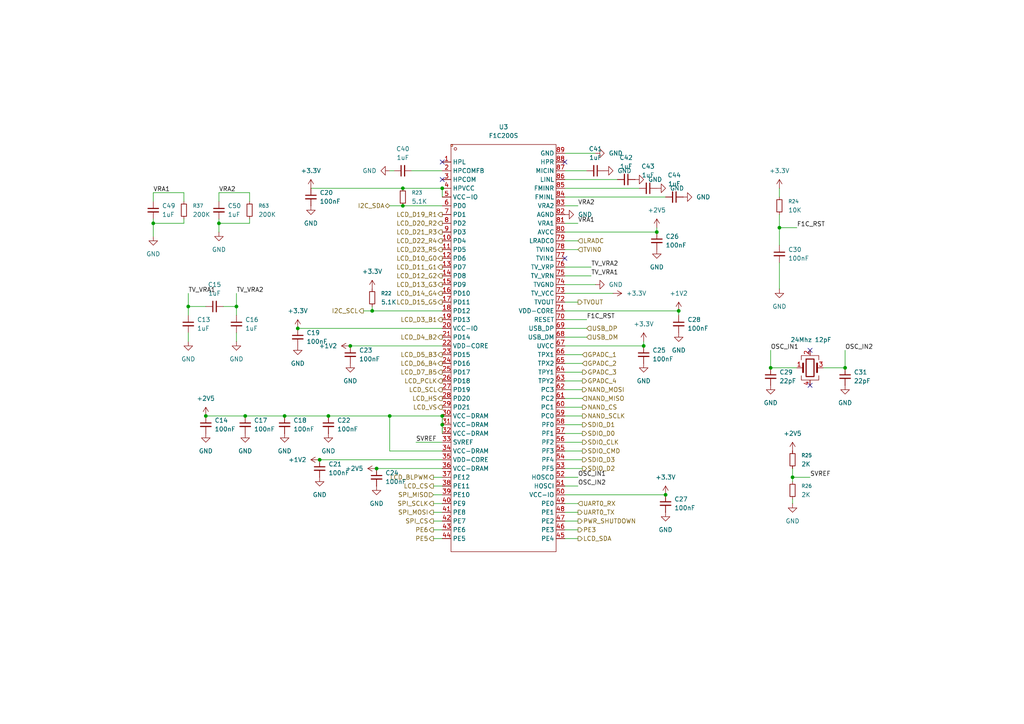
<source format=kicad_sch>
(kicad_sch (version 20250114) (generator "eeschema") (generator_version "9.0")
  (paper "A4")
  (title_block (title "明日方舟电子通行证") (date "2025-11-26") (rev "V0.3.1") (company "Shirogane Tsumugi") (comment 1 "V0.3 添加屏幕兼容接口，添加SD卡槽，优化布线") (comment 2 "V0.3.1 BUG修复") (comment 3 "土豆、星语Studio、爱莉希雅、所有复刻群友的支持！") (comment 4 "V0.3.2 生产优化。特别感谢：（不分先后）和光、薄云、烟雨、WXNA、"))
  (lib_symbols
    (symbol "Device:C_Small" (pin_numbers (hide yes)) (pin_names (offset 0.254) (hide yes))
      (property "Reference" "C" (at 0.254 1.778 0))
      (property "Value" "C_Small" (at 0.254 -2.032 0))
      (symbol "C_Small_0_1"
        (polyline (pts (xy -1.524 0.508) (xy 1.524 0.508)) (stroke (width 0.3048)))
        (polyline (pts (xy -1.524 -0.508) (xy 1.524 -0.508)) (stroke (width 0.3302)))
      )
      (symbol "C_Small_1_1"
        (pin passive line (at 0 2.54 270) (length 2.032) (name "~") (number "1"))
        (pin passive line (at 0 -2.54 90) (length 2.032) (name "~") (number "2"))
      )
    )
    (symbol "Device:Crystal_GND24" (pin_names (offset 1.016) (hide yes))
      (property "Reference" "Y" (at 3.175 5.08 0))
      (property "Value" "Crystal_GND24" (at 3.175 3.175 0))
      (symbol "Crystal_GND24_0_1"
        (polyline (pts (xy -2.54 2.286) (xy -2.54 3.556) (xy 2.54 3.556) (xy 2.54 2.286)))
        (polyline (pts (xy -2.54 0) (xy -2.032 0)))
        (polyline (pts (xy -2.54 -2.286) (xy -2.54 -3.556) (xy 2.54 -3.556) (xy 2.54 -2.286)))
        (polyline (pts (xy -2.032 -1.27) (xy -2.032 1.27)) (stroke (width 0.508)))
        (rectangle (start -1.143 2.54) (end 1.143 -2.54) (stroke (width 0.3048)))
        (polyline (pts (xy 0 3.556) (xy 0 3.81)))
        (polyline (pts (xy 0 -3.81) (xy 0 -3.556)))
        (polyline (pts (xy 2.032 0) (xy 2.54 0)))
        (polyline (pts (xy 2.032 -1.27) (xy 2.032 1.27)) (stroke (width 0.508)))
      )
      (symbol "Crystal_GND24_1_1"
        (pin passive line (at -3.81 0 0) (length 1.27) (name "1") (number "1"))
        (pin passive line (at 0 5.08 270) (length 1.27) (name "2") (number "2"))
        (pin passive line (at 0 -5.08 90) (length 1.27) (name "4") (number "4"))
        (pin passive line (at 3.81 0 180) (length 1.27) (name "3") (number "3"))
      )
    )
    (symbol "Device:R_Small" (pin_numbers (hide yes)) (pin_names (offset 0.254) (hide yes))
      (property "Reference" "R" (at 0 0 90))
      (property "Value" "R_Small" (at 1.778 0 90))
      (symbol "R_Small_0_1"
        (rectangle (start -0.762 1.778) (end 0.762 -1.778) (stroke (width 0.2032)))
      )
      (symbol "R_Small_1_1"
        (pin passive line (at 0 2.54 270) (length 0.762) (name "~") (number "1"))
        (pin passive line (at 0 -2.54 90) (length 0.762) (name "~") (number "2"))
      )
    )
    (symbol "EasyEDA:F1C100S"
      (property "Reference" "U" (at 0 60.96 0))
      (property "Value" "F1C100S" (at 0 -60.96 0))
      (symbol "F1C100S_0_1"
        (rectangle (start -15.24 58.42) (end -14.73 57.91) (fill (type background)))
        (rectangle (start -15.24 58.42) (end 15.24 -59.69))
        (circle (center -13.97 57.15) (radius 0.38))
        (pin unspecified line (at -17.78 53.34 0) (length 2.54) (name "HPL") (number "1"))
        (pin unspecified line (at -17.78 50.8 0) (length 2.54) (name "HPCOMFB") (number "2"))
        (pin unspecified line (at -17.78 48.26 0) (length 2.54) (name "HPCOM") (number "3"))
        (pin unspecified line (at -17.78 45.72 0) (length 2.54) (name "HPVCC") (number "4"))
        (pin unspecified line (at -17.78 43.18 0) (length 2.54) (name "VCC-IO") (number "5"))
        (pin unspecified line (at -17.78 40.64 0) (length 2.54) (name "PD0") (number "6"))
        (pin unspecified line (at -17.78 38.1 0) (length 2.54) (name "PD1") (number "7"))
        (pin unspecified line (at -17.78 35.56 0) (length 2.54) (name "PD2") (number "8"))
        (pin unspecified line (at -17.78 33.02 0) (length 2.54) (name "PD3") (number "9"))
        (pin unspecified line (at -17.78 30.48 0) (length 2.54) (name "PD4") (number "10"))
        (pin unspecified line (at -17.78 27.94 0) (length 2.54) (name "PD5") (number "11"))
        (pin unspecified line (at -17.78 25.4 0) (length 2.54) (name "PD6") (number "12"))
        (pin unspecified line (at -17.78 22.86 0) (length 2.54) (name "PD7") (number "13"))
        (pin unspecified line (at -17.78 20.32 0) (length 2.54) (name "PD8") (number "14"))
        (pin unspecified line (at -17.78 17.78 0) (length 2.54) (name "PD9") (number "15"))
        (pin unspecified line (at -17.78 15.24 0) (length 2.54) (name "PD10") (number "16"))
        (pin unspecified line (at -17.78 12.7 0) (length 2.54) (name "PD11") (number "17"))
        (pin unspecified line (at -17.78 10.16 0) (length 2.54) (name "PD12") (number "18"))
        (pin unspecified line (at -17.78 7.62 0) (length 2.54) (name "PD13") (number "19"))
        (pin unspecified line (at -17.78 5.08 0) (length 2.54) (name "VCC-IO") (number "20"))
        (pin unspecified line (at -17.78 2.54 0) (length 2.54) (name "PD14") (number "21"))
        (pin unspecified line (at -17.78 0 0) (length 2.54) (name "VDD-CORE") (number "22"))
        (pin unspecified line (at -17.78 -2.54 0) (length 2.54) (name "PD15") (number "23"))
        (pin unspecified line (at -17.78 -5.08 0) (length 2.54) (name "PD16") (number "24"))
        (pin unspecified line (at -17.78 -7.62 0) (length 2.54) (name "PD17") (number "25"))
        (pin unspecified line (at -17.78 -10.16 0) (length 2.54) (name "PD18") (number "26"))
        (pin unspecified line (at -17.78 -12.7 0) (length 2.54) (name "PD19") (number "27"))
        (pin unspecified line (at -17.78 -15.24 0) (length 2.54) (name "PD20") (number "28"))
        (pin unspecified line (at -17.78 -17.78 0) (length 2.54) (name "PD21") (number "29"))
        (pin unspecified line (at -17.78 -20.32 0) (length 2.54) (name "VCC-DRAM") (number "30"))
        (pin unspecified line (at -17.78 -22.86 0) (length 2.54) (name "VCC-DRAM") (number "31"))
        (pin unspecified line (at -17.78 -25.4 0) (length 2.54) (name "VCC-DRAM") (number "32"))
        (pin unspecified line (at -17.78 -27.94 0) (length 2.54) (name "SVREF") (number "33"))
        (pin unspecified line (at -17.78 -30.48 0) (length 2.54) (name "VCC-DRAM") (number "34"))
        (pin unspecified line (at -17.78 -33.02 0) (length 2.54) (name "VDD-CORE") (number "35"))
        (pin unspecified line (at -17.78 -35.56 0) (length 2.54) (name "VCC-DRAM") (number "36"))
        (pin unspecified line (at -17.78 -38.1 0) (length 2.54) (name "PE12") (number "37"))
        (pin unspecified line (at -17.78 -40.64 0) (length 2.54) (name "PE11") (number "38"))
        (pin unspecified line (at -17.78 -43.18 0) (length 2.54) (name "PE10") (number "39"))
        (pin unspecified line (at -17.78 -45.72 0) (length 2.54) (name "PE9") (number "40"))
        (pin unspecified line (at -17.78 -48.26 0) (length 2.54) (name "PE8") (number "41"))
        (pin unspecified line (at -17.78 -50.8 0) (length 2.54) (name "PE7") (number "42"))
        (pin unspecified line (at -17.78 -53.34 0) (length 2.54) (name "PE6") (number "43"))
        (pin unspecified line (at -17.78 -55.88 0) (length 2.54) (name "PE5") (number "44"))
        (pin unspecified line (at 17.78 55.88 180) (length 2.54) (name "GND") (number "89"))
        (pin unspecified line (at 17.78 53.34 180) (length 2.54) (name "HPR") (number "88"))
        (pin unspecified line (at 17.78 50.8 180) (length 2.54) (name "MICIN") (number "87"))
        (pin unspecified line (at 17.78 48.26 180) (length 2.54) (name "LINL") (number "86"))
        (pin unspecified line (at 17.78 45.72 180) (length 2.54) (name "FMINR") (number "85"))
        (pin unspecified line (at 17.78 43.18 180) (length 2.54) (name "FMINL") (number "84"))
        (pin unspecified line (at 17.78 40.64 180) (length 2.54) (name "VRA2") (number "83"))
        (pin unspecified line (at 17.78 38.1 180) (length 2.54) (name "AGND") (number "82"))
        (pin unspecified line (at 17.78 35.56 180) (length 2.54) (name "VRA1") (number "81"))
        (pin unspecified line (at 17.78 33.02 180) (length 2.54) (name "AVCC") (number "80"))
        (pin unspecified line (at 17.78 30.48 180) (length 2.54) (name "LRADC0") (number "79"))
        (pin unspecified line (at 17.78 27.94 180) (length 2.54) (name "TVIN0") (number "78"))
        (pin unspecified line (at 17.78 25.4 180) (length 2.54) (name "TVIN1") (number "77"))
        (pin unspecified line (at 17.78 22.86 180) (length 2.54) (name "TV_VRP") (number "76"))
        (pin unspecified line (at 17.78 20.32 180) (length 2.54) (name "TV_VRN") (number "75"))
        (pin unspecified line (at 17.78 17.78 180) (length 2.54) (name "TVGND") (number "74"))
        (pin unspecified line (at 17.78 15.24 180) (length 2.54) (name "TV_VCC") (number "73"))
        (pin unspecified line (at 17.78 12.7 180) (length 2.54) (name "TVOUT") (number "72"))
        (pin unspecified line (at 17.78 10.16 180) (length 2.54) (name "VDD-CORE") (number "71"))
        (pin unspecified line (at 17.78 7.62 180) (length 2.54) (name "RESET") (number "70"))
        (pin unspecified line (at 17.78 5.08 180) (length 2.54) (name "USB_DP") (number "69"))
        (pin unspecified line (at 17.78 2.54 180) (length 2.54) (name "USB_DM") (number "68"))
        (pin unspecified line (at 17.78 0 180) (length 2.54) (name "UVCC") (number "67"))
        (pin unspecified line (at 17.78 -2.54 180) (length 2.54) (name "TPX1") (number "66"))
        (pin unspecified line (at 17.78 -5.08 180) (length 2.54) (name "TPX2") (number "65"))
        (pin unspecified line (at 17.78 -7.62 180) (length 2.54) (name "TPY1") (number "64"))
        (pin unspecified line (at 17.78 -10.16 180) (length 2.54) (name "TPY2") (number "63"))
        (pin unspecified line (at 17.78 -12.7 180) (length 2.54) (name "PC3") (number "62"))
        (pin unspecified line (at 17.78 -15.24 180) (length 2.54) (name "PC2") (number "61"))
        (pin unspecified line (at 17.78 -17.78 180) (length 2.54) (name "PC1") (number "60"))
        (pin unspecified line (at 17.78 -20.32 180) (length 2.54) (name "PC0") (number "59"))
        (pin unspecified line (at 17.78 -22.86 180) (length 2.54) (name "PF0") (number "58"))
        (pin unspecified line (at 17.78 -25.4 180) (length 2.54) (name "PF1") (number "57"))
        (pin unspecified line (at 17.78 -27.94 180) (length 2.54) (name "PF2") (number "56"))
        (pin unspecified line (at 17.78 -30.48 180) (length 2.54) (name "PF3") (number "55"))
        (pin unspecified line (at 17.78 -33.02 180) (length 2.54) (name "PF4") (number "54"))
        (pin unspecified line (at 17.78 -35.56 180) (length 2.54) (name "PF5") (number "53"))
        (pin unspecified line (at 17.78 -38.1 180) (length 2.54) (name "HOSCO") (number "52"))
        (pin unspecified line (at 17.78 -40.64 180) (length 2.54) (name "HOSCI") (number "51"))
        (pin unspecified line (at 17.78 -43.18 180) (length 2.54) (name "VCC-IO") (number "50"))
        (pin unspecified line (at 17.78 -45.72 180) (length 2.54) (name "PE0") (number "49"))
        (pin unspecified line (at 17.78 -48.26 180) (length 2.54) (name "PE1") (number "48"))
        (pin unspecified line (at 17.78 -50.8 180) (length 2.54) (name "PE2") (number "47"))
        (pin unspecified line (at 17.78 -53.34 180) (length 2.54) (name "PE3") (number "46"))
        (pin unspecified line (at 17.78 -55.88 180) (length 2.54) (name "PE4") (number "45"))
      )
    )
    (symbol "power:+1V2" (power) (pin_numbers (hide yes)) (pin_names (offset 0) (hide yes))
      (property "Value" "+1V2" (at 0 3.556 0))
      (symbol "+1V2_0_1"
        (polyline (pts (xy -0.762 1.27) (xy 0 2.54)))
        (polyline (pts (xy 0 2.54) (xy 0.762 1.27)))
        (polyline (pts (xy 0 0) (xy 0 2.54)))
      )
      (symbol "+1V2_1_1"
        (pin power_in line (at 0 0 90) (length 0) (name "~") (number "1"))
      )
    )
    (symbol "power:+2V5" (power) (pin_numbers (hide yes)) (pin_names (offset 0) (hide yes))
      (property "Value" "+2V5" (at 0 3.556 0))
      (symbol "+2V5_0_1"
        (polyline (pts (xy -0.762 1.27) (xy 0 2.54)))
        (polyline (pts (xy 0 2.54) (xy 0.762 1.27)))
        (polyline (pts (xy 0 0) (xy 0 2.54)))
      )
      (symbol "+2V5_1_1"
        (pin power_in line (at 0 0 90) (length 0) (name "~") (number "1"))
      )
    )
    (symbol "power:+3.3V" (power) (pin_numbers (hide yes)) (pin_names (offset 0) (hide yes))
      (property "Value" "+3.3V" (at 0 3.556 0))
      (symbol "+3.3V_0_1"
        (polyline (pts (xy -0.762 1.27) (xy 0 2.54)))
        (polyline (pts (xy 0 2.54) (xy 0.762 1.27)))
        (polyline (pts (xy 0 0) (xy 0 2.54)))
      )
      (symbol "+3.3V_1_1"
        (pin power_in line (at 0 0 90) (length 0) (name "~") (number "1"))
      )
    )
    (symbol "power:GND" (power) (pin_numbers (hide yes)) (pin_names (offset 0) (hide yes))
      (property "Value" "GND" (at 0 -3.81 0))
      (symbol "GND_0_1"
        (polyline (pts (xy 0 0) (xy 0 -1.27) (xy 1.27 -1.27) (xy 0 -2.54) (xy -1.27 -1.27) (xy 0 -1.27)))
      )
      (symbol "GND_1_1"
        (pin power_in line (at 0 0 270) (length 0) (name "~") (number "1"))
      )
    )
  )
  (junction (at 128.27 120.65))
  (junction (at 71.12 120.65))
  (junction (at 68.58 88.9))
  (junction (at 54.61 88.9))
  (junction (at 59.69 120.65))
  (junction (at 223.52 106.68))
  (junction (at 109.22 135.89))
  (junction (at 245.11 106.68))
  (junction (at 229.87 138.43))
  (junction (at 107.95 90.17))
  (junction (at 226.06 66.04))
  (junction (at 190.5 67.31))
  (junction (at 44.45 64.77))
  (junction (at 113.03 120.65))
  (junction (at 92.71 133.35))
  (junction (at 95.25 120.65))
  (junction (at 128.27 54.61))
  (junction (at 82.55 120.65))
  (junction (at 116.84 54.61))
  (junction (at 101.6 100.33))
  (junction (at 116.84 59.69))
  (junction (at 193.04 143.51))
  (junction (at 128.27 123.19))
  (junction (at 186.69 100.33))
  (junction (at 86.36 95.25))
  (junction (at 63.5 64.77))
  (junction (at 196.85 90.17))
  (no_connect (at 128.27 46.99))
  (no_connect (at 234.95 111.76))
  (no_connect (at 234.95 101.6))
  (no_connect (at 163.83 46.99))
  (no_connect (at 128.27 52.07))
  (no_connect (at 163.83 74.93))
  (wire (pts (xy 168.91 135.89) (xy 163.83 135.89)))
  (wire (pts (xy 167.64 59.69) (xy 163.83 59.69)))
  (wire (pts (xy 68.58 85.09) (xy 68.58 88.9)))
  (wire (pts (xy 167.64 64.77) (xy 163.83 64.77)))
  (wire (pts (xy 63.5 67.31) (xy 63.5 64.77)))
  (wire (pts (xy 163.83 90.17) (xy 196.85 90.17)))
  (wire (pts (xy 82.55 120.65) (xy 95.25 120.65)))
  (wire (pts (xy 167.64 156.21) (xy 163.83 156.21)))
  (wire (pts (xy 170.18 97.79) (xy 163.83 97.79)))
  (wire (pts (xy 226.06 54.61) (xy 226.06 57.15)))
  (wire (pts (xy 113.03 49.53) (xy 114.3 49.53)))
  (wire (pts (xy 116.84 59.69) (xy 128.27 59.69)))
  (wire (pts (xy 107.95 88.9) (xy 107.95 90.17)))
  (wire (pts (xy 113.03 120.65) (xy 128.27 120.65)))
  (wire (pts (xy 120.65 128.27) (xy 128.27 128.27)))
  (wire (pts (xy 171.45 77.47) (xy 163.83 77.47)))
  (wire (pts (xy 163.83 49.53) (xy 170.18 49.53)))
  (wire (pts (xy 163.83 54.61) (xy 185.42 54.61)))
  (wire (pts (xy 196.85 91.44) (xy 196.85 90.17)))
  (wire (pts (xy 229.87 146.05) (xy 229.87 144.78)))
  (wire (pts (xy 229.87 138.43) (xy 229.87 139.7)))
  (wire (pts (xy 238.76 106.68) (xy 245.11 106.68)))
  (wire (pts (xy 59.69 120.65) (xy 71.12 120.65)))
  (wire (pts (xy 72.39 55.88) (xy 63.5 55.88)))
  (wire (pts (xy 125.73 138.43) (xy 128.27 138.43)))
  (wire (pts (xy 128.27 130.81) (xy 113.03 130.81)))
  (wire (pts (xy 63.5 64.77) (xy 63.5 63.5)))
  (wire (pts (xy 72.39 63.5) (xy 72.39 64.77)))
  (wire (pts (xy 167.64 138.43) (xy 163.83 138.43)))
  (wire (pts (xy 53.34 63.5) (xy 53.34 64.77)))
  (wire (pts (xy 44.45 68.58) (xy 44.45 64.77)))
  (wire (pts (xy 167.64 148.59) (xy 163.83 148.59)))
  (wire (pts (xy 229.87 138.43) (xy 234.95 138.43)))
  (wire (pts (xy 163.83 143.51) (xy 193.04 143.51)))
  (wire (pts (xy 113.03 130.81) (xy 113.03 120.65)))
  (wire (pts (xy 72.39 58.42) (xy 72.39 55.88)))
  (wire (pts (xy 113.03 59.69) (xy 116.84 59.69)))
  (wire (pts (xy 168.91 118.11) (xy 163.83 118.11)))
  (wire (pts (xy 116.84 54.61) (xy 90.17 54.61)))
  (wire (pts (xy 54.61 96.52) (xy 54.61 99.06)))
  (wire (pts (xy 168.91 130.81) (xy 163.83 130.81)))
  (wire (pts (xy 163.83 72.39) (xy 167.64 72.39)))
  (wire (pts (xy 125.73 151.13) (xy 128.27 151.13)))
  (wire (pts (xy 190.5 66.04) (xy 190.5 67.31)))
  (wire (pts (xy 223.52 101.6) (xy 223.52 106.68)))
  (wire (pts (xy 223.52 106.68) (xy 231.14 106.68)))
  (wire (pts (xy 163.83 100.33) (xy 186.69 100.33)))
  (wire (pts (xy 168.91 125.73) (xy 163.83 125.73)))
  (wire (pts (xy 226.06 66.04) (xy 231.14 66.04)))
  (wire (pts (xy 68.58 88.9) (xy 68.58 91.44)))
  (wire (pts (xy 95.25 120.65) (xy 113.03 120.65)))
  (wire (pts (xy 168.91 102.87) (xy 163.83 102.87)))
  (wire (pts (xy 92.71 133.35) (xy 128.27 133.35)))
  (wire (pts (xy 163.83 52.07) (xy 179.07 52.07)))
  (wire (pts (xy 163.83 87.63) (xy 167.64 87.63)))
  (wire (pts (xy 53.34 55.88) (xy 44.45 55.88)))
  (wire (pts (xy 186.69 100.33) (xy 186.69 99.06)))
  (wire (pts (xy 71.12 120.65) (xy 82.55 120.65)))
  (wire (pts (xy 229.87 135.89) (xy 229.87 138.43)))
  (wire (pts (xy 125.73 143.51) (xy 128.27 143.51)))
  (wire (pts (xy 168.91 128.27) (xy 163.83 128.27)))
  (wire (pts (xy 109.22 135.89) (xy 128.27 135.89)))
  (wire (pts (xy 44.45 64.77) (xy 53.34 64.77)))
  (wire (pts (xy 68.58 96.52) (xy 68.58 99.06)))
  (wire (pts (xy 54.61 88.9) (xy 54.61 91.44)))
  (wire (pts (xy 226.06 71.12) (xy 226.06 66.04)))
  (wire (pts (xy 168.91 105.41) (xy 163.83 105.41)))
  (wire (pts (xy 54.61 85.09) (xy 54.61 88.9)))
  (wire (pts (xy 128.27 54.61) (xy 116.84 54.61)))
  (wire (pts (xy 125.73 153.67) (xy 128.27 153.67)))
  (wire (pts (xy 167.64 146.05) (xy 163.83 146.05)))
  (wire (pts (xy 163.83 153.67) (xy 167.64 153.67)))
  (wire (pts (xy 226.06 83.82) (xy 226.06 76.2)))
  (wire (pts (xy 168.91 107.95) (xy 163.83 107.95)))
  (wire (pts (xy 44.45 64.77) (xy 44.45 63.5)))
  (wire (pts (xy 86.36 95.25) (xy 128.27 95.25)))
  (wire (pts (xy 128.27 57.15) (xy 128.27 54.61)))
  (wire (pts (xy 63.5 55.88) (xy 63.5 58.42)))
  (wire (pts (xy 44.45 55.88) (xy 44.45 58.42)))
  (wire (pts (xy 163.83 151.13) (xy 167.64 151.13)))
  (wire (pts (xy 170.18 95.25) (xy 163.83 95.25)))
  (wire (pts (xy 167.64 140.97) (xy 163.83 140.97)))
  (wire (pts (xy 125.73 156.21) (xy 128.27 156.21)))
  (wire (pts (xy 172.72 44.45) (xy 163.83 44.45)))
  (wire (pts (xy 167.64 69.85) (xy 163.83 69.85)))
  (wire (pts (xy 177.8 85.09) (xy 163.83 85.09)))
  (wire (pts (xy 128.27 120.65) (xy 128.27 123.19)))
  (wire (pts (xy 54.61 88.9) (xy 59.69 88.9)))
  (wire (pts (xy 125.73 146.05) (xy 128.27 146.05)))
  (wire (pts (xy 72.39 64.77) (xy 63.5 64.77)))
  (wire (pts (xy 107.95 90.17) (xy 128.27 90.17)))
  (wire (pts (xy 168.91 113.03) (xy 163.83 113.03)))
  (wire (pts (xy 125.73 148.59) (xy 128.27 148.59)))
  (wire (pts (xy 168.91 110.49) (xy 163.83 110.49)))
  (wire (pts (xy 171.45 80.01) (xy 163.83 80.01)))
  (wire (pts (xy 168.91 133.35) (xy 163.83 133.35)))
  (wire (pts (xy 226.06 62.23) (xy 226.06 66.04)))
  (wire (pts (xy 64.77 88.9) (xy 68.58 88.9)))
  (wire (pts (xy 168.91 120.65) (xy 163.83 120.65)))
  (wire (pts (xy 53.34 58.42) (xy 53.34 55.88)))
  (wire (pts (xy 172.72 82.55) (xy 163.83 82.55)))
  (wire (pts (xy 101.6 100.33) (xy 128.27 100.33)))
  (wire (pts (xy 128.27 123.19) (xy 128.27 125.73)))
  (wire (pts (xy 163.83 67.31) (xy 190.5 67.31)))
  (wire (pts (xy 119.38 49.53) (xy 128.27 49.53)))
  (wire (pts (xy 168.91 115.57) (xy 163.83 115.57)))
  (wire (pts (xy 125.73 140.97) (xy 128.27 140.97)))
  (wire (pts (xy 245.11 101.6) (xy 245.11 106.68)))
  (wire (pts (xy 170.18 92.71) (xy 163.83 92.71)))
  (wire (pts (xy 163.83 57.15) (xy 193.04 57.15)))
  (wire (pts (xy 168.91 123.19) (xy 163.83 123.19)))
  (wire (pts (xy 105.41 90.17) (xy 107.95 90.17)))
  (label "VRA1" (at 44.45 55.88 0))
  (label "TV_VRA2" (at 171.45 77.47 0))
  (label "F1C_RST" (at 231.14 66.04 0))
  (label "VRA1" (at 167.64 64.77 0))
  (label "OSC_IN1" (at 167.64 138.43 0))
  (label "VRA2" (at 167.64 59.69 0))
  (label "TV_VRA2" (at 68.58 85.09 0))
  (label "F1C_RST" (at 170.18 92.71 0))
  (label "TV_VRA1" (at 54.61 85.09 0))
  (label "VRA2" (at 63.5 55.88 0))
  (label "SVREF" (at 234.95 138.43 0))
  (label "TV_VRA1" (at 171.45 80.01 0))
  (label "OSC_IN2" (at 245.11 101.6 0))
  (label "OSC_IN1" (at 223.52 101.6 0))
  (label "SVREF" (at 120.65 128.27 0))
  (label "OSC_IN2" (at 167.64 140.97 0))
  (hierarchical_label "LCD_D20_R2" (shape output) (at 128.27 64.77 180))
  (hierarchical_label "LCD_D12_G2" (shape output) (at 128.27 80.01 180))
  (hierarchical_label "TVIN0" (shape input) (at 167.64 72.39 0))
  (hierarchical_label "LCD_D15_G5" (shape output) (at 128.27 87.63 180))
  (hierarchical_label "LCD_D21_R3" (shape output) (at 128.27 67.31 180))
  (hierarchical_label "PWR_SHUTDOWN" (shape output) (at 167.64 151.13 0))
  (hierarchical_label "NAND_MISO" (shape input) (at 168.91 115.57 0))
  (hierarchical_label "USB_DP" (shape input) (at 170.18 95.25 0))
  (hierarchical_label "LCD_VS" (shape output) (at 128.27 118.11 180))
  (hierarchical_label "NAND_CS" (shape output) (at 168.91 118.11 0))
  (hierarchical_label "LCD_D22_R4" (shape output) (at 128.27 69.85 180))
  (hierarchical_label "LCD_D3_B1" (shape output) (at 128.27 92.71 180))
  (hierarchical_label "LCD_D11_G1" (shape output) (at 128.27 77.47 180))
  (hierarchical_label "LCD_D4_B2" (shape output) (at 128.27 97.79 180))
  (hierarchical_label "USB_DM" (shape input) (at 170.18 97.79 0))
  (hierarchical_label "NAND_MOSI" (shape output) (at 168.91 113.03 0))
  (hierarchical_label "I2C_SDA" (shape bidirectional) (at 113.03 59.69 180))
  (hierarchical_label "GPADC_1" (shape input) (at 168.91 102.87 0))
  (hierarchical_label "SPI_SCLK" (shape output) (at 125.73 146.05 180))
  (hierarchical_label "LCD_HS" (shape output) (at 128.27 115.57 180))
  (hierarchical_label "LRADC" (shape input) (at 167.64 69.85 0))
  (hierarchical_label "LCD_CS" (shape output) (at 125.73 140.97 180))
  (hierarchical_label "LCD_D6_B4" (shape output) (at 128.27 105.41 180))
  (hierarchical_label "NAND_SCLK" (shape output) (at 168.91 120.65 0))
  (hierarchical_label "LCD_D13_G3" (shape output) (at 128.27 82.55 180))
  (hierarchical_label "LCD_D23_R5" (shape output) (at 128.27 72.39 180))
  (hierarchical_label "PE5" (shape output) (at 125.73 156.21 180))
  (hierarchical_label "SDIO_D1" (shape output) (at 168.91 123.19 0))
  (hierarchical_label "SPI_CS" (shape output) (at 125.73 151.13 180))
  (hierarchical_label "LCD_SCL" (shape output) (at 128.27 113.03 180))
  (hierarchical_label "I2C_SCL" (shape output) (at 105.41 90.17 180))
  (hierarchical_label "SDIO_D2" (shape output) (at 168.91 135.89 0))
  (hierarchical_label "SDIO_CLK" (shape output) (at 168.91 128.27 0))
  (hierarchical_label "SPI_MOSI" (shape output) (at 125.73 148.59 180))
  (hierarchical_label "GPADC_3" (shape output) (at 168.91 107.95 0))
  (hierarchical_label "PE6" (shape output) (at 125.73 153.67 180))
  (hierarchical_label "LCD_PCLK" (shape output) (at 128.27 110.49 180))
  (hierarchical_label "SDIO_D3" (shape output) (at 168.91 133.35 0))
  (hierarchical_label "LCD_D10_G0" (shape output) (at 128.27 74.93 180))
  (hierarchical_label "SDIO_D0" (shape output) (at 168.91 125.73 0))
  (hierarchical_label "PE3" (shape output) (at 167.64 153.67 0))
  (hierarchical_label "SPI_MISO" (shape input) (at 125.73 143.51 180))
  (hierarchical_label "GPADC_2" (shape input) (at 168.91 105.41 0))
  (hierarchical_label "TVOUT" (shape output) (at 167.64 87.63 0))
  (hierarchical_label "LCD_BLPWM" (shape output) (at 125.73 138.43 180))
  (hierarchical_label "GPADC_4" (shape output) (at 168.91 110.49 0))
  (hierarchical_label "UART0_RX" (shape input) (at 167.64 146.05 0))
  (hierarchical_label "LCD_D14_G4" (shape output) (at 128.27 85.09 180))
  (hierarchical_label "UART0_TX" (shape output) (at 167.64 148.59 0))
  (hierarchical_label "LCD_D7_B5" (shape output) (at 128.27 107.95 180))
  (hierarchical_label "LCD_D5_B3" (shape output) (at 128.27 102.87 180))
  (hierarchical_label "SDIO_CMD" (shape output) (at 168.91 130.81 0))
  (hierarchical_label "LCD_SDA" (shape output) (at 167.64 156.21 0))
  (hierarchical_label "LCD_D19_R1" (shape output) (at 128.27 62.23 180))
  (symbol (lib_id "Device:C_Small") (at 86.36 97.79 0) (unit 1)
    (property "Reference" "C19" (at 88.9 96.5262 0) (effects (justify left)))
    (property "Value" "100nF" (at 88.9 99.0662 0) (effects (justify left)))
    (property "Footprint" "Capacitor_SMD:C_0603_1608Metric" (effects (hide yes)))
    (property "Description" "Unpolarized capacitor, small symbol" (effects (hide yes)))
  )
  (symbol (lib_id "Device:C_Small") (at 59.69 123.19 0) (unit 1)
    (property "Reference" "C14" (at 62.23 121.9262 0) (effects (justify left)))
    (property "Value" "100nF" (at 62.23 124.4662 0) (effects (justify left)))
    (property "Footprint" "Capacitor_SMD:C_0603_1608Metric" (effects (hide yes)))
    (property "Description" "Unpolarized capacitor, small symbol" (effects (hide yes)))
  )
  (symbol (lib_id "Device:C_Small") (at 193.04 146.05 0) (unit 1)
    (property "Reference" "C27" (at 195.58 144.7862 0) (effects (justify left)))
    (property "Value" "100nF" (at 195.58 147.3262 0) (effects (justify left)))
    (property "Footprint" "Capacitor_SMD:C_0603_1608Metric" (effects (hide yes)))
    (property "Description" "Unpolarized capacitor, small symbol" (effects (hide yes)))
  )
  (symbol (lib_id "Device:C_Small") (at 187.96 54.61 270) (mirror x) (unit 1)
    (property "Reference" "C43" (at 187.9537 48.26 90))
    (property "Value" "1uF" (at 187.9537 50.8 90))
    (property "Footprint" "Capacitor_SMD:C_0603_1608Metric" (effects (hide yes)))
    (property "Description" "Unpolarized capacitor, small symbol" (effects (hide yes)))
  )
  (symbol (lib_id "Device:R_Small") (at 229.87 142.24 180) (unit 1)
    (property "Reference" "R26" (at 232.41 140.9699 0) (effects (font (size 1.016 1.016)) (justify right)))
    (property "Value" "2K" (at 232.41 143.5099 0) (effects (justify right)))
    (property "Footprint" "Resistor_SMD:R_0603_1608Metric" (effects (hide yes)))
    (property "Description" "Resistor, small symbol" (effects (hide yes)))
  )
  (symbol (lib_id "Device:Crystal_GND24") (at 234.95 106.68 0) (unit 1)
    (property "Reference" "Y1" (effects (hide yes)))
    (property "Value" "24Mhz 12pF" (at 235.204 98.552 0))
    (property "Footprint" "Crystal:Crystal_SMD_3225-4Pin_3.2x2.5mm" (effects (hide yes)))
    (property "Description" "Four pin crystal, GND on pins 2 and 4" (effects (hide yes)))
  )
  (symbol (lib_id "power:GND") (at 193.04 148.59 0) (unit 1)
    (property "Reference" "#PWR067" (effects (hide yes)))
    (property "Value" "GND" (at 193.04 153.67 0))
    (property "Description" "Power symbol creates a global label with name \"GND\" , ground" (effects (hide yes)))
  )
  (symbol (lib_id "power:GND") (at 186.69 105.41 0) (unit 1)
    (property "Reference" "#PWR063" (effects (hide yes)))
    (property "Value" "GND" (at 186.69 110.49 0))
    (property "Description" "Power symbol creates a global label with name \"GND\" , ground" (effects (hide yes)))
  )
  (symbol (lib_id "Device:C_Small") (at 245.11 109.22 0) (unit 1)
    (property "Reference" "C31" (at 247.65 107.9562 0) (effects (justify left)))
    (property "Value" "22pF" (at 247.65 110.4962 0) (effects (justify left)))
    (property "Footprint" "Capacitor_SMD:C_0603_1608Metric" (effects (hide yes)))
    (property "Description" "Unpolarized capacitor, small symbol" (effects (hide yes)))
  )
  (symbol (lib_id "Device:C_Small") (at 62.23 88.9 90) (unit 1)
    (property "Reference" "C15" (at 62.2363 82.55 90))
    (property "Value" "1uF" (at 62.2363 85.09 90))
    (property "Footprint" "Capacitor_SMD:C_0603_1608Metric" (effects (hide yes)))
    (property "Description" "Unpolarized capacitor, small symbol" (effects (hide yes)))
  )
  (symbol (lib_id "power:GND") (at 226.06 83.82 0) (unit 1)
    (property "Reference" "#PWR072" (effects (hide yes)))
    (property "Value" "GND" (at 226.06 88.9 0))
    (property "Description" "Power symbol creates a global label with name \"GND\" , ground" (effects (hide yes)))
  )
  (symbol (lib_id "power:GND") (at 190.5 54.61 90) (mirror x) (unit 1)
    (property "Reference" "#PWR0119" (effects (hide yes)))
    (property "Value" "GND" (at 194.31 54.6099 90) (effects (justify right)))
    (property "Description" "Power symbol creates a global label with name \"GND\" , ground" (effects (hide yes)))
  )
  (symbol (lib_id "power:+3.3V") (at 86.36 95.25 0) (unit 1)
    (property "Reference" "#PWR044" (effects (hide yes)))
    (property "Value" "+3.3V" (at 86.36 90.17 0))
    (property "Description" "Power symbol creates a global label with name \"+3.3V\"" (effects (hide yes)))
  )
  (symbol (lib_id "power:GND") (at 54.61 99.06 0) (unit 1)
    (property "Reference" "#PWR038" (effects (hide yes)))
    (property "Value" "GND" (at 54.61 104.14 0))
    (property "Description" "Power symbol creates a global label with name \"GND\" , ground" (effects (hide yes)))
  )
  (symbol (lib_id "Device:C_Small") (at 68.58 93.98 0) (unit 1)
    (property "Reference" "C16" (at 71.12 92.7162 0) (effects (justify left)))
    (property "Value" "1uF" (at 71.12 95.2562 0) (effects (justify left)))
    (property "Footprint" "Capacitor_SMD:C_0603_1608Metric" (effects (hide yes)))
    (property "Description" "Unpolarized capacitor, small symbol" (effects (hide yes)))
  )
  (symbol (lib_id "Device:C_Small") (at 186.69 102.87 0) (unit 1)
    (property "Reference" "C25" (at 189.23 101.6062 0) (effects (justify left)))
    (property "Value" "100nF" (at 189.23 104.1462 0) (effects (justify left)))
    (property "Footprint" "Capacitor_SMD:C_0603_1608Metric" (effects (hide yes)))
    (property "Description" "Unpolarized capacitor, small symbol" (effects (hide yes)))
  )
  (symbol (lib_id "power:GND") (at 223.52 111.76 0) (unit 1)
    (property "Reference" "#PWR070" (effects (hide yes)))
    (property "Value" "GND" (at 223.52 116.84 0))
    (property "Description" "Power symbol creates a global label with name \"GND\" , ground" (effects (hide yes)))
  )
  (symbol (lib_id "power:GND") (at 245.11 111.76 0) (unit 1)
    (property "Reference" "#PWR076" (effects (hide yes)))
    (property "Value" "GND" (at 245.11 116.84 0))
    (property "Description" "Power symbol creates a global label with name \"GND\" , ground" (effects (hide yes)))
  )
  (symbol (lib_id "power:GND") (at 63.5 67.31 0) (unit 1)
    (property "Reference" "#PWR089" (effects (hide yes)))
    (property "Value" "GND" (at 63.5 72.39 0))
    (property "Description" "Power symbol creates a global label with name \"GND\" , ground" (effects (hide yes)))
  )
  (symbol (lib_id "power:GND") (at 184.15 52.07 90) (mirror x) (unit 1)
    (property "Reference" "#PWR0118" (effects (hide yes)))
    (property "Value" "GND" (at 187.96 52.0699 90) (effects (justify right)))
    (property "Description" "Power symbol creates a global label with name \"GND\" , ground" (effects (hide yes)))
  )
  (symbol (lib_id "power:+2V5") (at 59.69 120.65 0) (unit 1)
    (property "Reference" "#PWR039" (effects (hide yes)))
    (property "Value" "+2V5" (at 59.69 115.57 0))
    (property "Description" "Power symbol creates a global label with name \"+2V5\"" (effects (hide yes)))
  )
  (symbol (lib_id "Device:C_Small") (at 71.12 123.19 0) (unit 1)
    (property "Reference" "C17" (at 73.66 121.9262 0) (effects (justify left)))
    (property "Value" "100nF" (at 73.66 124.4662 0) (effects (justify left)))
    (property "Footprint" "Capacitor_SMD:C_0603_1608Metric" (effects (hide yes)))
    (property "Description" "Unpolarized capacitor, small symbol" (effects (hide yes)))
  )
  (symbol (lib_id "power:+3.3V") (at 177.8 85.09 270) (unit 1)
    (property "Reference" "#PWR061" (effects (hide yes)))
    (property "Value" "+3.3V" (at 181.61 85.0899 90) (effects (justify left)))
    (property "Description" "Power symbol creates a global label with name \"+3.3V\"" (effects (hide yes)))
  )
  (symbol (lib_id "power:GND") (at 198.12 57.15 90) (mirror x) (unit 1)
    (property "Reference" "#PWR0120" (effects (hide yes)))
    (property "Value" "GND" (at 201.93 57.1499 90) (effects (justify right)))
    (property "Description" "Power symbol creates a global label with name \"GND\" , ground" (effects (hide yes)))
  )
  (symbol (lib_id "power:+2V5") (at 190.5 66.04 0) (mirror y) (unit 1)
    (property "Reference" "#PWR064" (effects (hide yes)))
    (property "Value" "+2V5" (at 190.5 60.96 0))
    (property "Description" "Power symbol creates a global label with name \"+2V5\"" (effects (hide yes)))
  )
  (symbol (lib_id "Device:C_Small") (at 63.5 60.96 0) (unit 1)
    (property "Reference" "C50" (at 66.04 59.6962 0) (effects (justify left)))
    (property "Value" "1uF" (at 66.04 62.2362 0) (effects (justify left)))
    (property "Footprint" "Capacitor_SMD:C_0603_1608Metric" (effects (hide yes)))
    (property "Description" "Unpolarized capacitor, small symbol" (effects (hide yes)))
  )
  (symbol (lib_id "Device:C_Small") (at 116.84 49.53 90) (unit 1)
    (property "Reference" "C40" (at 116.8463 43.18 90))
    (property "Value" "1uF" (at 116.8463 45.72 90))
    (property "Footprint" "Capacitor_SMD:C_0603_1608Metric" (effects (hide yes)))
    (property "Description" "Unpolarized capacitor, small symbol" (effects (hide yes)))
  )
  (symbol (lib_id "power:GND") (at 196.85 96.52 0) (unit 1)
    (property "Reference" "#PWR069" (effects (hide yes)))
    (property "Value" "GND" (at 196.85 101.6 0))
    (property "Description" "Power symbol creates a global label with name \"GND\" , ground" (effects (hide yes)))
  )
  (symbol (lib_id "power:GND") (at 109.22 140.97 0) (unit 1)
    (property "Reference" "#PWR055" (effects (hide yes)))
    (property "Value" "GND" (at 109.22 146.05 0))
    (property "Description" "Power symbol creates a global label with name \"GND\" , ground" (effects (hide yes)))
  )
  (symbol (lib_id "Device:C_Small") (at 223.52 109.22 0) (unit 1)
    (property "Reference" "C29" (at 226.06 107.9562 0) (effects (justify left)))
    (property "Value" "22pF" (at 226.06 110.4962 0) (effects (justify left)))
    (property "Footprint" "Capacitor_SMD:C_0603_1608Metric" (effects (hide yes)))
    (property "Description" "Unpolarized capacitor, small symbol" (effects (hide yes)))
  )
  (symbol (lib_id "Device:C_Small") (at 54.61 93.98 0) (unit 1)
    (property "Reference" "C13" (at 57.15 92.7162 0) (effects (justify left)))
    (property "Value" "1uF" (at 57.15 95.2562 0) (effects (justify left)))
    (property "Footprint" "Capacitor_SMD:C_0603_1608Metric" (effects (hide yes)))
    (property "Description" "Unpolarized capacitor, small symbol" (effects (hide yes)))
  )
  (symbol (lib_id "power:GND") (at 175.26 49.53 90) (mirror x) (unit 1)
    (property "Reference" "#PWR058" (effects (hide yes)))
    (property "Value" "GND" (at 179.07 49.5299 90) (effects (justify right)))
    (property "Description" "Power symbol creates a global label with name \"GND\" , ground" (effects (hide yes)))
  )
  (symbol (lib_id "Device:C_Small") (at 181.61 52.07 270) (mirror x) (unit 1)
    (property "Reference" "C42" (at 181.6037 45.72 90))
    (property "Value" "1uF" (at 181.6037 48.26 90))
    (property "Footprint" "Capacitor_SMD:C_0603_1608Metric" (effects (hide yes)))
    (property "Description" "Unpolarized capacitor, small symbol" (effects (hide yes)))
  )
  (symbol (lib_id "power:GND") (at 86.36 100.33 0) (unit 1)
    (property "Reference" "#PWR045" (effects (hide yes)))
    (property "Value" "GND" (at 86.36 105.41 0))
    (property "Description" "Power symbol creates a global label with name \"GND\" , ground" (effects (hide yes)))
  )
  (symbol (lib_id "Device:C_Small") (at 195.58 57.15 270) (mirror x) (unit 1)
    (property "Reference" "C44" (at 195.5737 50.8 90))
    (property "Value" "1uF" (at 195.5737 53.34 90))
    (property "Footprint" "Capacitor_SMD:C_0603_1608Metric" (effects (hide yes)))
    (property "Description" "Unpolarized capacitor, small symbol" (effects (hide yes)))
  )
  (symbol (lib_id "power:GND") (at 163.83 62.23 90) (unit 1)
    (property "Reference" "#PWR057" (effects (hide yes)))
    (property "Value" "GND" (at 167.64 62.2299 90) (effects (justify right)))
    (property "Description" "Power symbol creates a global label with name \"GND\" , ground" (effects (hide yes)))
  )
  (symbol (lib_id "Device:C_Small") (at 90.17 57.15 0) (unit 1)
    (property "Reference" "C20" (at 92.71 55.8862 0) (effects (justify left)))
    (property "Value" "100nF" (at 92.71 58.4262 0) (effects (justify left)))
    (property "Footprint" "Capacitor_SMD:C_0603_1608Metric" (effects (hide yes)))
    (property "Description" "Unpolarized capacitor, small symbol" (effects (hide yes)))
  )
  (symbol (lib_id "power:+2V5") (at 229.87 130.81 0) (unit 1)
    (property "Reference" "#PWR073" (effects (hide yes)))
    (property "Value" "+2V5" (at 229.87 125.73 0))
    (property "Description" "Power symbol creates a global label with name \"+2V5\"" (effects (hide yes)))
  )
  (symbol (lib_id "Device:C_Small") (at 226.06 73.66 0) (unit 1)
    (property "Reference" "C30" (at 228.6 72.3962 0) (effects (justify left)))
    (property "Value" "100nF" (at 228.6 74.9362 0) (effects (justify left)))
    (property "Footprint" "Capacitor_SMD:C_0603_1608Metric" (effects (hide yes)))
    (property "Description" "Unpolarized capacitor, small symbol" (effects (hide yes)))
  )
  (symbol (lib_id "power:+1V2") (at 196.85 90.17 0) (unit 1)
    (property "Reference" "#PWR068" (effects (hide yes)))
    (property "Value" "+1V2" (at 196.85 85.09 0))
    (property "Description" "Power symbol creates a global label with name \"+1V2\"" (effects (hide yes)))
  )
  (symbol (lib_id "Device:R_Small") (at 116.84 57.15 180) (unit 1)
    (property "Reference" "R23" (at 119.38 55.8799 0) (effects (font (size 1.016 1.016)) (justify right)))
    (property "Value" "5.1K" (at 119.38 58.4199 0) (effects (justify right)))
    (property "Footprint" "Resistor_SMD:R_0603_1608Metric" (effects (hide yes)))
    (property "Description" "Resistor, small symbol" (effects (hide yes)))
  )
  (symbol (lib_id "power:GND") (at 90.17 59.69 0) (unit 1)
    (property "Reference" "#PWR047" (effects (hide yes)))
    (property "Value" "GND" (at 90.17 64.77 0))
    (property "Description" "Power symbol creates a global label with name \"GND\" , ground" (effects (hide yes)))
  )
  (symbol (lib_id "power:GND") (at 229.87 146.05 0) (unit 1)
    (property "Reference" "#PWR074" (effects (hide yes)))
    (property "Value" "GND" (at 229.87 151.13 0))
    (property "Description" "Power symbol creates a global label with name \"GND\" , ground" (effects (hide yes)))
  )
  (symbol (lib_id "power:+3.3V") (at 193.04 143.51 0) (unit 1)
    (property "Reference" "#PWR066" (effects (hide yes)))
    (property "Value" "+3.3V" (at 193.04 138.43 0))
    (property "Description" "Power symbol creates a global label with name \"+3.3V\"" (effects (hide yes)))
  )
  (symbol (lib_id "power:GND") (at 113.03 49.53 270) (unit 1)
    (property "Reference" "#PWR056" (effects (hide yes)))
    (property "Value" "GND" (at 109.22 49.5299 90) (effects (justify right)))
    (property "Description" "Power symbol creates a global label with name \"GND\" , ground" (effects (hide yes)))
  )
  (symbol (lib_id "power:GND") (at 59.69 125.73 0) (unit 1)
    (property "Reference" "#PWR040" (effects (hide yes)))
    (property "Value" "GND" (at 59.69 130.81 0))
    (property "Description" "Power symbol creates a global label with name \"GND\" , ground" (effects (hide yes)))
  )
  (symbol (lib_id "Device:R_Small") (at 226.06 59.69 180) (unit 1)
    (property "Reference" "R24" (at 228.6 58.4199 0) (effects (font (size 1.016 1.016)) (justify right)))
    (property "Value" "10K" (at 228.6 60.9599 0) (effects (justify right)))
    (property "Footprint" "Resistor_SMD:R_0603_1608Metric" (effects (hide yes)))
    (property "Description" "Resistor, small symbol" (effects (hide yes)))
  )
  (symbol (lib_id "power:GND") (at 68.58 99.06 0) (unit 1)
    (property "Reference" "#PWR041" (effects (hide yes)))
    (property "Value" "GND" (at 68.58 104.14 0))
    (property "Description" "Power symbol creates a global label with name \"GND\" , ground" (effects (hide yes)))
  )
  (symbol (lib_id "Device:R_Small") (at 107.95 86.36 180) (unit 1)
    (property "Reference" "R22" (at 110.49 85.0899 0) (effects (font (size 1.016 1.016)) (justify right)))
    (property "Value" "5.1K" (at 110.49 87.6299 0) (effects (justify right)))
    (property "Footprint" "Resistor_SMD:R_0603_1608Metric" (effects (hide yes)))
    (property "Description" "Resistor, small symbol" (effects (hide yes)))
  )
  (symbol (lib_id "Device:C_Small") (at 92.71 135.89 0) (unit 1)
    (property "Reference" "C21" (at 95.25 134.6262 0) (effects (justify left)))
    (property "Value" "100nF" (at 95.25 137.1662 0) (effects (justify left)))
    (property "Footprint" "Capacitor_SMD:C_0603_1608Metric" (effects (hide yes)))
    (property "Description" "Unpolarized capacitor, small symbol" (effects (hide yes)))
  )
  (symbol (lib_id "Device:R_Small") (at 53.34 60.96 180) (unit 1)
    (property "Reference" "R37" (at 55.88 59.6899 0) (effects (font (size 1.016 1.016)) (justify right)))
    (property "Value" "200K" (at 55.88 62.2299 0) (effects (justify right)))
    (property "Footprint" "Resistor_SMD:R_0603_1608Metric" (effects (hide yes)))
    (property "Description" "Resistor, small symbol" (effects (hide yes)))
  )
  (symbol (lib_id "power:GND") (at 92.71 138.43 0) (unit 1)
    (property "Reference" "#PWR049" (effects (hide yes)))
    (property "Value" "GND" (at 92.71 143.51 0))
    (property "Description" "Power symbol creates a global label with name \"GND\" , ground" (effects (hide yes)))
  )
  (symbol (lib_id "Device:C_Small") (at 109.22 138.43 0) (unit 1)
    (property "Reference" "C24" (at 111.76 137.1662 0) (effects (justify left)))
    (property "Value" "100nF" (at 111.76 139.7062 0) (effects (justify left)))
    (property "Footprint" "Capacitor_SMD:C_0603_1608Metric" (effects (hide yes)))
    (property "Description" "Unpolarized capacitor, small symbol" (effects (hide yes)))
  )
  (symbol (lib_id "Device:C_Small") (at 95.25 123.19 0) (unit 1)
    (property "Reference" "C22" (at 97.79 121.9262 0) (effects (justify left)))
    (property "Value" "100nF" (at 97.79 124.4662 0) (effects (justify left)))
    (property "Footprint" "Capacitor_SMD:C_0603_1608Metric" (effects (hide yes)))
    (property "Description" "Unpolarized capacitor, small symbol" (effects (hide yes)))
  )
  (symbol (lib_id "Device:C_Small") (at 44.45 60.96 0) (unit 1)
    (property "Reference" "C49" (at 46.99 59.6962 0) (effects (justify left)))
    (property "Value" "1uF" (at 46.99 62.2362 0) (effects (justify left)))
    (property "Footprint" "Capacitor_SMD:C_0603_1608Metric" (effects (hide yes)))
    (property "Description" "Unpolarized capacitor, small symbol" (effects (hide yes)))
  )
  (symbol (lib_id "power:+1V2") (at 101.6 100.33 90) (unit 1)
    (property "Reference" "#PWR051" (effects (hide yes)))
    (property "Value" "+1V2" (at 97.79 100.3299 90) (effects (justify left)))
    (property "Description" "Power symbol creates a global label with name \"+1V2\"" (effects (hide yes)))
  )
  (symbol (lib_id "power:+3.3V") (at 90.17 54.61 0) (unit 1)
    (property "Reference" "#PWR046" (effects (hide yes)))
    (property "Value" "+3.3V" (at 90.17 49.53 0))
    (property "Description" "Power symbol creates a global label with name \"+3.3V\"" (effects (hide yes)))
  )
  (symbol (lib_id "EasyEDA:F1C100S") (at 146.05 100.33 0) (unit 1)
    (property "Reference" "U3" (at 146.05 36.83 0))
    (property "Value" "F1C200S" (at 146.05 39.37 0))
    (property "Footprint" "EasyEDA:QFN-88_L10.0-W10.0-P0.40-BL-EP6.75" (effects (hide yes)))
    (property "LCSC Part" "C1511928" (effects (hide yes)))
    (property "特殊说明" "不要购买”新版本“！" (effects (hide yes)))
  )
  (symbol (lib_id "power:+3.3V") (at 226.06 54.61 0) (unit 1)
    (property "Reference" "#PWR071" (effects (hide yes)))
    (property "Value" "+3.3V" (at 226.06 49.53 0))
    (property "Description" "Power symbol creates a global label with name \"+3.3V\"" (effects (hide yes)))
  )
  (symbol (lib_id "power:GND") (at 190.5 72.39 0) (mirror y) (unit 1)
    (property "Reference" "#PWR065" (effects (hide yes)))
    (property "Value" "GND" (at 190.5 77.47 0))
    (property "Description" "Power symbol creates a global label with name \"GND\" , ground" (effects (hide yes)))
  )
  (symbol (lib_id "power:GND") (at 95.25 125.73 0) (unit 1)
    (property "Reference" "#PWR050" (effects (hide yes)))
    (property "Value" "GND" (at 95.25 130.81 0))
    (property "Description" "Power symbol creates a global label with name \"GND\" , ground" (effects (hide yes)))
  )
  (symbol (lib_id "Device:R_Small") (at 229.87 133.35 180) (unit 1)
    (property "Reference" "R25" (at 232.41 132.0799 0) (effects (font (size 1.016 1.016)) (justify right)))
    (property "Value" "2K" (at 232.41 134.6199 0) (effects (justify right)))
    (property "Footprint" "Resistor_SMD:R_0603_1608Metric" (effects (hide yes)))
    (property "Description" "Resistor, small symbol" (effects (hide yes)))
  )
  (symbol (lib_id "power:GND") (at 82.55 125.73 0) (unit 1)
    (property "Reference" "#PWR043" (effects (hide yes)))
    (property "Value" "GND" (at 82.55 130.81 0))
    (property "Description" "Power symbol creates a global label with name \"GND\" , ground" (effects (hide yes)))
  )
  (symbol (lib_id "Device:C_Small") (at 196.85 93.98 0) (unit 1)
    (property "Reference" "C28" (at 199.39 92.7162 0) (effects (justify left)))
    (property "Value" "100nF" (at 199.39 95.2562 0) (effects (justify left)))
    (property "Footprint" "Capacitor_SMD:C_0603_1608Metric" (effects (hide yes)))
    (property "Description" "Unpolarized capacitor, small symbol" (effects (hide yes)))
  )
  (symbol (lib_id "power:+1V2") (at 92.71 133.35 90) (unit 1)
    (property "Reference" "#PWR048" (effects (hide yes)))
    (property "Value" "+1V2" (at 88.9 133.3499 90) (effects (justify left)))
    (property "Description" "Power symbol creates a global label with name \"+1V2\"" (effects (hide yes)))
  )
  (symbol (lib_id "power:GND") (at 172.72 44.45 90) (unit 1)
    (property "Reference" "#PWR059" (effects (hide yes)))
    (property "Value" "GND" (at 176.53 44.4499 90) (effects (justify right)))
    (property "Description" "Power symbol creates a global label with name \"GND\" , ground" (effects (hide yes)))
  )
  (symbol (lib_id "power:GND") (at 44.45 68.58 0) (unit 1)
    (property "Reference" "#PWR0139" (effects (hide yes)))
    (property "Value" "GND" (at 44.45 73.66 0))
    (property "Description" "Power symbol creates a global label with name \"GND\" , ground" (effects (hide yes)))
  )
  (symbol (lib_id "power:GND") (at 172.72 82.55 90) (unit 1)
    (property "Reference" "#PWR060" (effects (hide yes)))
    (property "Value" "GND" (at 176.53 82.5499 90) (effects (justify right)))
    (property "Description" "Power symbol creates a global label with name \"GND\" , ground" (effects (hide yes)))
  )
  (symbol (lib_id "power:+2V5") (at 109.22 135.89 90) (unit 1)
    (property "Reference" "#PWR054" (effects (hide yes)))
    (property "Value" "+2V5" (at 105.41 135.8899 90) (effects (justify left)))
    (property "Description" "Power symbol creates a global label with name \"+2V5\"" (effects (hide yes)))
  )
  (symbol (lib_id "power:GND") (at 101.6 105.41 0) (unit 1)
    (property "Reference" "#PWR052" (effects (hide yes)))
    (property "Value" "GND" (at 101.6 110.49 0))
    (property "Description" "Power symbol creates a global label with name \"GND\" , ground" (effects (hide yes)))
  )
  (symbol (lib_id "power:GND") (at 71.12 125.73 0) (unit 1)
    (property "Reference" "#PWR042" (effects (hide yes)))
    (property "Value" "GND" (at 71.12 130.81 0))
    (property "Description" "Power symbol creates a global label with name \"GND\" , ground" (effects (hide yes)))
  )
  (symbol (lib_id "Device:R_Small") (at 72.39 60.96 180) (unit 1)
    (property "Reference" "R63" (at 74.93 59.6899 0) (effects (font (size 1.016 1.016)) (justify right)))
    (property "Value" "200K" (at 74.93 62.2299 0) (effects (justify right)))
    (property "Footprint" "Resistor_SMD:R_0603_1608Metric" (effects (hide yes)))
    (property "Description" "Resistor, small symbol" (effects (hide yes)))
  )
  (symbol (lib_id "Device:C_Small") (at 82.55 123.19 0) (unit 1)
    (property "Reference" "C18" (at 85.09 121.9262 0) (effects (justify left)))
    (property "Value" "100nF" (at 85.09 124.4662 0) (effects (justify left)))
    (property "Footprint" "Capacitor_SMD:C_0603_1608Metric" (effects (hide yes)))
    (property "Description" "Unpolarized capacitor, small symbol" (effects (hide yes)))
  )
  (symbol (lib_id "power:+3.3V") (at 186.69 99.06 0) (unit 1)
    (property "Reference" "#PWR062" (effects (hide yes)))
    (property "Value" "+3.3V" (at 186.69 93.98 0))
    (property "Description" "Power symbol creates a global label with name \"+3.3V\"" (effects (hide yes)))
  )
  (symbol (lib_id "Device:C_Small") (at 172.72 49.53 270) (mirror x) (unit 1)
    (property "Reference" "C41" (at 172.7137 43.18 90))
    (property "Value" "1uF" (at 172.7137 45.72 90))
    (property "Footprint" "Capacitor_SMD:C_0603_1608Metric" (effects (hide yes)))
    (property "Description" "Unpolarized capacitor, small symbol" (effects (hide yes)))
  )
  (symbol (lib_id "power:+3.3V") (at 107.95 83.82 0) (unit 1)
    (property "Reference" "#PWR053" (effects (hide yes)))
    (property "Value" "+3.3V" (at 107.95 78.74 0))
    (property "Description" "Power symbol creates a global label with name \"+3.3V\"" (effects (hide yes)))
  )
  (symbol (lib_id "Device:C_Small") (at 101.6 102.87 0) (unit 1)
    (property "Reference" "C23" (at 104.14 101.6062 0) (effects (justify left)))
    (property "Value" "100nF" (at 104.14 104.1462 0) (effects (justify left)))
    (property "Footprint" "Capacitor_SMD:C_0603_1608Metric" (effects (hide yes)))
    (property "Description" "Unpolarized capacitor, small symbol" (effects (hide yes)))
  )
  (symbol (lib_id "Device:C_Small") (at 190.5 69.85 0) (unit 1)
    (property "Reference" "C26" (at 193.04 68.5862 0) (effects (justify left)))
    (property "Value" "100nF" (at 193.04 71.1262 0) (effects (justify left)))
    (property "Footprint" "Capacitor_SMD:C_0603_1608Metric" (effects (hide yes)))
    (property "Description" "Unpolarized capacitor, small symbol" (effects (hide yes)))
  )
)
</source>
